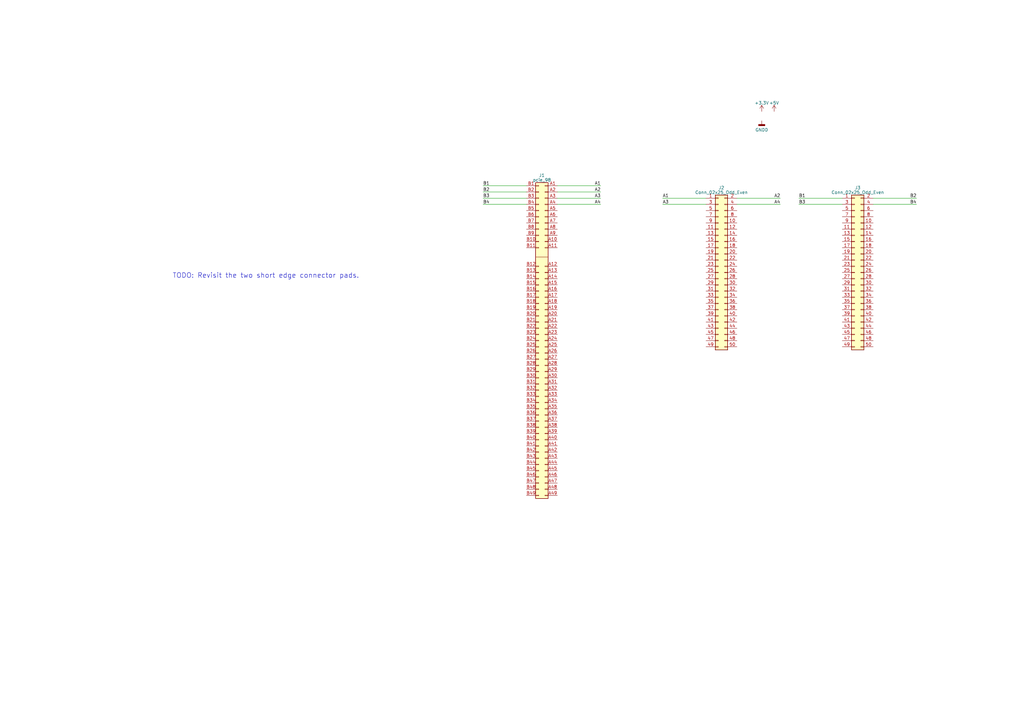
<source format=kicad_sch>
(kicad_sch (version 20230121) (generator eeschema)
  (paper "A3")
  (lib_symbols
    (symbol "Connector_Generic:Conn_02x25_Odd_Even" (pin_names (offset 1.016) hide)
      (property "Reference" "J" (at 1.27 33.02 0))
      (property "Value" "Conn_02x25_Odd_Even" (at 1.27 -33.02 0))
      (symbol "Conn_02x25_Odd_Even_1_1"
        (rectangle (start -1.27 -30.353) (end 0 -30.607) (stroke (width 0.1524)))
        (rectangle (start -1.27 -27.813) (end 0 -28.067) (stroke (width 0.1524)))
        (rectangle (start -1.27 -25.273) (end 0 -25.527) (stroke (width 0.1524)))
        (rectangle (start -1.27 -22.733) (end 0 -22.987) (stroke (width 0.1524)))
        (rectangle (start -1.27 -20.193) (end 0 -20.447) (stroke (width 0.1524)))
        (rectangle (start -1.27 -17.653) (end 0 -17.907) (stroke (width 0.1524)))
        (rectangle (start -1.27 -15.113) (end 0 -15.367) (stroke (width 0.1524)))
        (rectangle (start -1.27 -12.573) (end 0 -12.827) (stroke (width 0.1524)))
        (rectangle (start -1.27 -10.033) (end 0 -10.287) (stroke (width 0.1524)))
        (rectangle (start -1.27 -7.493) (end 0 -7.747) (stroke (width 0.1524)))
        (rectangle (start -1.27 -4.953) (end 0 -5.207) (stroke (width 0.1524)))
        (rectangle (start -1.27 -2.413) (end 0 -2.667) (stroke (width 0.1524)))
        (rectangle (start -1.27 0.127) (end 0 -0.127) (stroke (width 0.1524)))
        (rectangle (start -1.27 2.667) (end 0 2.413) (stroke (width 0.1524)))
        (rectangle (start -1.27 5.207) (end 0 4.953) (stroke (width 0.1524)))
        (rectangle (start -1.27 7.747) (end 0 7.493) (stroke (width 0.1524)))
        (rectangle (start -1.27 10.287) (end 0 10.033) (stroke (width 0.1524)))
        (rectangle (start -1.27 12.827) (end 0 12.573) (stroke (width 0.1524)))
        (rectangle (start -1.27 15.367) (end 0 15.113) (stroke (width 0.1524)))
        (rectangle (start -1.27 17.907) (end 0 17.653) (stroke (width 0.1524)))
        (rectangle (start -1.27 20.447) (end 0 20.193) (stroke (width 0.1524)))
        (rectangle (start -1.27 22.987) (end 0 22.733) (stroke (width 0.1524)))
        (rectangle (start -1.27 25.527) (end 0 25.273) (stroke (width 0.1524)))
        (rectangle (start -1.27 28.067) (end 0 27.813) (stroke (width 0.1524)))
        (rectangle (start -1.27 30.607) (end 0 30.353) (stroke (width 0.1524)))
        (rectangle (start -1.27 31.75) (end 3.81 -31.75) (stroke (width 0.254)) (fill (type background)))
        (rectangle (start 3.81 -30.353) (end 2.54 -30.607) (stroke (width 0.1524)))
        (rectangle (start 3.81 -27.813) (end 2.54 -28.067) (stroke (width 0.1524)))
        (rectangle (start 3.81 -25.273) (end 2.54 -25.527) (stroke (width 0.1524)))
        (rectangle (start 3.81 -22.733) (end 2.54 -22.987) (stroke (width 0.1524)))
        (rectangle (start 3.81 -20.193) (end 2.54 -20.447) (stroke (width 0.1524)))
        (rectangle (start 3.81 -17.653) (end 2.54 -17.907) (stroke (width 0.1524)))
        (rectangle (start 3.81 -15.113) (end 2.54 -15.367) (stroke (width 0.1524)))
        (rectangle (start 3.81 -12.573) (end 2.54 -12.827) (stroke (width 0.1524)))
        (rectangle (start 3.81 -10.033) (end 2.54 -10.287) (stroke (width 0.1524)))
        (rectangle (start 3.81 -7.493) (end 2.54 -7.747) (stroke (width 0.1524)))
        (rectangle (start 3.81 -4.953) (end 2.54 -5.207) (stroke (width 0.1524)))
        (rectangle (start 3.81 -2.413) (end 2.54 -2.667) (stroke (width 0.1524)))
        (rectangle (start 3.81 0.127) (end 2.54 -0.127) (stroke (width 0.1524)))
        (rectangle (start 3.81 2.667) (end 2.54 2.413) (stroke (width 0.1524)))
        (rectangle (start 3.81 5.207) (end 2.54 4.953) (stroke (width 0.1524)))
        (rectangle (start 3.81 7.747) (end 2.54 7.493) (stroke (width 0.1524)))
        (rectangle (start 3.81 10.287) (end 2.54 10.033) (stroke (width 0.1524)))
        (rectangle (start 3.81 12.827) (end 2.54 12.573) (stroke (width 0.1524)))
        (rectangle (start 3.81 15.367) (end 2.54 15.113) (stroke (width 0.1524)))
        (rectangle (start 3.81 17.907) (end 2.54 17.653) (stroke (width 0.1524)))
        (rectangle (start 3.81 20.447) (end 2.54 20.193) (stroke (width 0.1524)))
        (rectangle (start 3.81 22.987) (end 2.54 22.733) (stroke (width 0.1524)))
        (rectangle (start 3.81 25.527) (end 2.54 25.273) (stroke (width 0.1524)))
        (rectangle (start 3.81 28.067) (end 2.54 27.813) (stroke (width 0.1524)))
        (rectangle (start 3.81 30.607) (end 2.54 30.353) (stroke (width 0.1524)))
        (pin passive line (at -5.08 30.48 0) (length 3.81) (name "Pin_1") (number "1"))
        (pin passive line (at 7.62 20.32 180) (length 3.81) (name "Pin_10") (number "10"))
        (pin passive line (at -5.08 17.78 0) (length 3.81) (name "Pin_11") (number "11"))
        (pin passive line (at 7.62 17.78 180) (length 3.81) (name "Pin_12") (number "12"))
        (pin passive line (at -5.08 15.24 0) (length 3.81) (name "Pin_13") (number "13"))
        (pin passive line (at 7.62 15.24 180) (length 3.81) (name "Pin_14") (number "14"))
        (pin passive line (at -5.08 12.7 0) (length 3.81) (name "Pin_15") (number "15"))
        (pin passive line (at 7.62 12.7 180) (length 3.81) (name "Pin_16") (number "16"))
        (pin passive line (at -5.08 10.16 0) (length 3.81) (name "Pin_17") (number "17"))
        (pin passive line (at 7.62 10.16 180) (length 3.81) (name "Pin_18") (number "18"))
        (pin passive line (at -5.08 7.62 0) (length 3.81) (name "Pin_19") (number "19"))
        (pin passive line (at 7.62 30.48 180) (length 3.81) (name "Pin_2") (number "2"))
        (pin passive line (at 7.62 7.62 180) (length 3.81) (name "Pin_20") (number "20"))
        (pin passive line (at -5.08 5.08 0) (length 3.81) (name "Pin_21") (number "21"))
        (pin passive line (at 7.62 5.08 180) (length 3.81) (name "Pin_22") (number "22"))
        (pin passive line (at -5.08 2.54 0) (length 3.81) (name "Pin_23") (number "23"))
        (pin passive line (at 7.62 2.54 180) (length 3.81) (name "Pin_24") (number "24"))
        (pin passive line (at -5.08 0 0) (length 3.81) (name "Pin_25") (number "25"))
        (pin passive line (at 7.62 0 180) (length 3.81) (name "Pin_26") (number "26"))
        (pin passive line (at -5.08 -2.54 0) (length 3.81) (name "Pin_27") (number "27"))
        (pin passive line (at 7.62 -2.54 180) (length 3.81) (name "Pin_28") (number "28"))
        (pin passive line (at -5.08 -5.08 0) (length 3.81) (name "Pin_29") (number "29"))
        (pin passive line (at -5.08 27.94 0) (length 3.81) (name "Pin_3") (number "3"))
        (pin passive line (at 7.62 -5.08 180) (length 3.81) (name "Pin_30") (number "30"))
        (pin passive line (at -5.08 -7.62 0) (length 3.81) (name "Pin_31") (number "31"))
        (pin passive line (at 7.62 -7.62 180) (length 3.81) (name "Pin_32") (number "32"))
        (pin passive line (at -5.08 -10.16 0) (length 3.81) (name "Pin_33") (number "33"))
        (pin passive line (at 7.62 -10.16 180) (length 3.81) (name "Pin_34") (number "34"))
        (pin passive line (at -5.08 -12.7 0) (length 3.81) (name "Pin_35") (number "35"))
        (pin passive line (at 7.62 -12.7 180) (length 3.81) (name "Pin_36") (number "36"))
        (pin passive line (at -5.08 -15.24 0) (length 3.81) (name "Pin_37") (number "37"))
        (pin passive line (at 7.62 -15.24 180) (length 3.81) (name "Pin_38") (number "38"))
        (pin passive line (at -5.08 -17.78 0) (length 3.81) (name "Pin_39") (number "39"))
        (pin passive line (at 7.62 27.94 180) (length 3.81) (name "Pin_4") (number "4"))
        (pin passive line (at 7.62 -17.78 180) (length 3.81) (name "Pin_40") (number "40"))
        (pin passive line (at -5.08 -20.32 0) (length 3.81) (name "Pin_41") (number "41"))
        (pin passive line (at 7.62 -20.32 180) (length 3.81) (name "Pin_42") (number "42"))
        (pin passive line (at -5.08 -22.86 0) (length 3.81) (name "Pin_43") (number "43"))
        (pin passive line (at 7.62 -22.86 180) (length 3.81) (name "Pin_44") (number "44"))
        (pin passive line (at -5.08 -25.4 0) (length 3.81) (name "Pin_45") (number "45"))
        (pin passive line (at 7.62 -25.4 180) (length 3.81) (name "Pin_46") (number "46"))
        (pin passive line (at -5.08 -27.94 0) (length 3.81) (name "Pin_47") (number "47"))
        (pin passive line (at 7.62 -27.94 180) (length 3.81) (name "Pin_48") (number "48"))
        (pin passive line (at -5.08 -30.48 0) (length 3.81) (name "Pin_49") (number "49"))
        (pin passive line (at -5.08 25.4 0) (length 3.81) (name "Pin_5") (number "5"))
        (pin passive line (at 7.62 -30.48 180) (length 3.81) (name "Pin_50") (number "50"))
        (pin passive line (at 7.62 25.4 180) (length 3.81) (name "Pin_6") (number "6"))
        (pin passive line (at -5.08 22.86 0) (length 3.81) (name "Pin_7") (number "7"))
        (pin passive line (at 7.62 22.86 180) (length 3.81) (name "Pin_8") (number "8"))
        (pin passive line (at -5.08 20.32 0) (length 3.81) (name "Pin_9") (number "9"))
      )
    )
    (symbol "power:+3.3V" (power) (pin_names (offset 0))
      (property "Value" "+3.3V" (at 0 3.556 0))
      (symbol "+3.3V_0_1"
        (polyline (pts (xy -0.762 1.27) (xy 0 2.54)))
        (polyline (pts (xy 0 0) (xy 0 2.54)))
        (polyline (pts (xy 0 2.54) (xy 0.762 1.27)))
      )
      (symbol "+3.3V_1_1"
        (pin power_in line (at 0 0 90) (length 0) hide (name "+3.3V") (number "1"))
      )
    )
    (symbol "power:+5V" (power) (pin_names (offset 0))
      (property "Value" "+5V" (at 0 3.556 0))
      (symbol "+5V_0_1"
        (polyline (pts (xy -0.762 1.27) (xy 0 2.54)))
        (polyline (pts (xy 0 0) (xy 0 2.54)))
        (polyline (pts (xy 0 2.54) (xy 0.762 1.27)))
      )
      (symbol "+5V_1_1"
        (pin power_in line (at 0 0 90) (length 0) hide (name "+5V") (number "1"))
      )
    )
    (symbol "proto_board:GND" (power) (pin_names (offset 0))
      (property "Value" "GND" (at 0 -3.175 0))
      (symbol "GND_0_1"
        (rectangle (start -1.27 -1.524) (end 1.27 -2.032) (stroke (width 0.254)) (fill (type outline)))
        (polyline (pts (xy 0 0) (xy 0 -1.524)))
      )
      (symbol "GND_1_1"
        (pin power_in line (at 0 0 270) (length 0) hide (name "GNDD") (number "1"))
      )
    )
    (symbol "proto_board:pcie_98" (pin_names (offset 1.016) hide)
      (property "Reference" "J" (at 1.27 40.64 0))
      (property "Value" "pcie_98" (at 20.32 44.45 0))
      (symbol "pcie_98_0_1"
        (polyline (pts (xy 3.81 8.89) (xy -1.27 8.89)))
      )
      (symbol "pcie_98_1_1"
        (rectangle (start -1.27 -89.027) (end 0 -88.773) (stroke (width 0.1524)))
        (rectangle (start -1.27 -86.487) (end 0 -86.233) (stroke (width 0.1524)))
        (rectangle (start -1.27 -83.947) (end 0 -83.693) (stroke (width 0.1524)))
        (rectangle (start -1.27 -81.407) (end 0 -81.153) (stroke (width 0.1524)))
        (rectangle (start -1.27 -78.867) (end 0 -78.613) (stroke (width 0.1524)))
        (rectangle (start -1.27 -76.327) (end 0 -76.073) (stroke (width 0.1524)))
        (rectangle (start -1.27 -73.787) (end 0 -73.533) (stroke (width 0.1524)))
        (rectangle (start -1.27 -71.247) (end 0 -70.993) (stroke (width 0.1524)))
        (rectangle (start -1.27 -68.707) (end 0 -68.453) (stroke (width 0.1524)))
        (rectangle (start -1.27 -66.167) (end 0 -65.913) (stroke (width 0.1524)))
        (rectangle (start -1.27 -63.627) (end 0 -63.373) (stroke (width 0.1524)))
        (rectangle (start -1.27 -61.087) (end 0 -60.833) (stroke (width 0.1524)))
        (rectangle (start -1.27 -58.547) (end 0 -58.293) (stroke (width 0.1524)))
        (rectangle (start -1.27 -56.007) (end 0 -55.753) (stroke (width 0.1524)))
        (rectangle (start -1.27 -53.467) (end 0 -53.213) (stroke (width 0.1524)))
        (rectangle (start -1.27 -50.927) (end 0 -50.673) (stroke (width 0.1524)))
        (rectangle (start -1.27 -48.387) (end 0 -48.133) (stroke (width 0.1524)))
        (rectangle (start -1.27 -17.653) (end 0 -17.907) (stroke (width 0.1524)))
        (rectangle (start -1.27 -15.113) (end 0 -15.367) (stroke (width 0.1524)))
        (rectangle (start -1.27 -12.573) (end 0 -12.827) (stroke (width 0.1524)))
        (rectangle (start -1.27 5.207) (end 0 4.953) (stroke (width 0.1524)))
        (rectangle (start -1.27 12.827) (end 0 12.573) (stroke (width 0.1524)))
        (rectangle (start -1.27 38.227) (end 0 37.973) (stroke (width 0.1524)))
        (rectangle (start -1.27 39.37) (end 3.81 -90.17) (stroke (width 0.254)) (fill (type background)))
        (rectangle (start 0 -45.847) (end -1.27 -45.593) (stroke (width 0.1524)))
        (rectangle (start 0 -43.307) (end -1.27 -43.053) (stroke (width 0.1524)))
        (rectangle (start 0 -40.767) (end -1.27 -40.513) (stroke (width 0.1524)))
        (rectangle (start 0 -38.227) (end -1.27 -37.973) (stroke (width 0.1524)))
        (rectangle (start 0 -35.687) (end -1.27 -35.433) (stroke (width 0.1524)))
        (rectangle (start 0 -33.147) (end -1.27 -32.893) (stroke (width 0.1524)))
        (rectangle (start 0 -30.607) (end -1.27 -30.353) (stroke (width 0.1524)))
        (rectangle (start 0 -28.067) (end -1.27 -27.813) (stroke (width 0.1524)))
        (rectangle (start 0 -25.527) (end -1.27 -25.273) (stroke (width 0.1524)))
        (rectangle (start 0 -22.987) (end -1.27 -22.733) (stroke (width 0.1524)))
        (rectangle (start 0 -20.447) (end -1.27 -20.193) (stroke (width 0.1524)))
        (rectangle (start 0 -10.287) (end -1.27 -10.033) (stroke (width 0.1524)))
        (rectangle (start 0 -7.747) (end -1.27 -7.493) (stroke (width 0.1524)))
        (rectangle (start 0 -5.207) (end -1.27 -4.953) (stroke (width 0.1524)))
        (rectangle (start 0 -2.667) (end -1.27 -2.413) (stroke (width 0.1524)))
        (rectangle (start 0 -0.127) (end -1.27 0.127) (stroke (width 0.1524)))
        (rectangle (start 0 2.413) (end -1.27 2.667) (stroke (width 0.1524)))
        (rectangle (start 0 15.113) (end -1.27 15.367) (stroke (width 0.1524)))
        (rectangle (start 0 17.653) (end -1.27 17.907) (stroke (width 0.1524)))
        (rectangle (start 0 20.193) (end -1.27 20.447) (stroke (width 0.1524)))
        (rectangle (start 0 22.733) (end -1.27 22.987) (stroke (width 0.1524)))
        (rectangle (start 0 25.273) (end -1.27 25.527) (stroke (width 0.1524)))
        (rectangle (start 0 27.813) (end -1.27 28.067) (stroke (width 0.1524)))
        (rectangle (start 0 30.353) (end -1.27 30.607) (stroke (width 0.1524)))
        (rectangle (start 0 32.893) (end -1.27 33.147) (stroke (width 0.1524)))
        (rectangle (start 0 35.433) (end -1.27 35.687) (stroke (width 0.1524)))
        (rectangle (start 2.54 -89.027) (end 3.81 -88.773) (stroke (width 0.1524)))
        (rectangle (start 2.54 -86.487) (end 3.81 -86.233) (stroke (width 0.1524)))
        (rectangle (start 2.54 -83.947) (end 3.81 -83.693) (stroke (width 0.1524)))
        (rectangle (start 2.54 -81.407) (end 3.81 -81.153) (stroke (width 0.1524)))
        (rectangle (start 2.54 -78.867) (end 3.81 -78.613) (stroke (width 0.1524)))
        (rectangle (start 2.54 -76.327) (end 3.81 -76.073) (stroke (width 0.1524)))
        (rectangle (start 2.54 -73.787) (end 3.81 -73.533) (stroke (width 0.1524)))
        (rectangle (start 2.54 -71.247) (end 3.81 -70.993) (stroke (width 0.1524)))
        (rectangle (start 2.54 -68.707) (end 3.81 -68.453) (stroke (width 0.1524)))
        (rectangle (start 2.54 -66.167) (end 3.81 -65.913) (stroke (width 0.1524)))
        (rectangle (start 2.54 -63.627) (end 3.81 -63.373) (stroke (width 0.1524)))
        (rectangle (start 2.54 -61.087) (end 3.81 -60.833) (stroke (width 0.1524)))
        (rectangle (start 2.54 -58.547) (end 3.81 -58.293) (stroke (width 0.1524)))
        (rectangle (start 2.54 -56.007) (end 3.81 -55.753) (stroke (width 0.1524)))
        (rectangle (start 2.54 -53.467) (end 3.81 -53.213) (stroke (width 0.1524)))
        (rectangle (start 2.54 -50.927) (end 3.81 -50.673) (stroke (width 0.1524)))
        (rectangle (start 2.54 -48.387) (end 3.81 -48.133) (stroke (width 0.1524)))
        (rectangle (start 2.54 -45.847) (end 3.81 -45.593) (stroke (width 0.1524)))
        (rectangle (start 2.54 -43.307) (end 3.81 -43.053) (stroke (width 0.1524)))
        (rectangle (start 2.54 -40.767) (end 3.81 -40.513) (stroke (width 0.1524)))
        (rectangle (start 2.54 -38.227) (end 3.81 -37.973) (stroke (width 0.1524)))
        (rectangle (start 2.54 -35.687) (end 3.81 -35.433) (stroke (width 0.1524)))
        (rectangle (start 2.54 -33.147) (end 3.81 -32.893) (stroke (width 0.1524)))
        (rectangle (start 2.54 -30.607) (end 3.81 -30.353) (stroke (width 0.1524)))
        (rectangle (start 2.54 -28.067) (end 3.81 -27.813) (stroke (width 0.1524)))
        (rectangle (start 2.54 -25.527) (end 3.81 -25.273) (stroke (width 0.1524)))
        (rectangle (start 2.54 -22.987) (end 3.81 -22.733) (stroke (width 0.1524)))
        (rectangle (start 2.54 -20.447) (end 3.81 -20.193) (stroke (width 0.1524)))
        (rectangle (start 2.54 -17.653) (end 3.81 -17.907) (stroke (width 0.1524)))
        (rectangle (start 2.54 -15.367) (end 3.81 -15.113) (stroke (width 0.1524)))
        (rectangle (start 2.54 -12.827) (end 3.81 -12.573) (stroke (width 0.1524)))
        (rectangle (start 2.54 -10.287) (end 3.81 -10.033) (stroke (width 0.1524)))
        (rectangle (start 2.54 -7.493) (end 3.81 -7.747) (stroke (width 0.1524)))
        (rectangle (start 2.54 -5.207) (end 3.81 -4.953) (stroke (width 0.1524)))
        (rectangle (start 2.54 -2.667) (end 3.81 -2.413) (stroke (width 0.1524)))
        (rectangle (start 2.54 -0.127) (end 3.81 0.127) (stroke (width 0.1524)))
        (rectangle (start 2.54 2.413) (end 3.81 2.667) (stroke (width 0.1524)))
        (rectangle (start 2.54 5.207) (end 3.81 4.953) (stroke (width 0.1524)))
        (rectangle (start 2.54 12.573) (end 3.81 12.827) (stroke (width 0.1524)))
        (rectangle (start 2.54 15.113) (end 3.81 15.367) (stroke (width 0.1524)))
        (rectangle (start 2.54 17.653) (end 3.81 17.907) (stroke (width 0.1524)))
        (rectangle (start 2.54 20.193) (end 3.81 20.447) (stroke (width 0.1524)))
        (rectangle (start 2.54 22.733) (end 3.81 22.987) (stroke (width 0.1524)))
        (rectangle (start 2.54 25.273) (end 3.81 25.527) (stroke (width 0.1524)))
        (rectangle (start 2.54 27.813) (end 3.81 28.067) (stroke (width 0.1524)))
        (rectangle (start 2.54 30.353) (end 3.81 30.607) (stroke (width 0.1524)))
        (rectangle (start 2.54 32.893) (end 3.81 33.147) (stroke (width 0.1524)))
        (rectangle (start 2.54 35.433) (end 3.81 35.687) (stroke (width 0.1524)))
        (rectangle (start 2.54 38.227) (end 3.81 37.973) (stroke (width 0.1524)))
        (pin passive line (at 7.62 38.1 180) (length 3.81) (name "Pin_a1") (number "A1"))
        (pin passive line (at 7.62 15.24 180) (length 3.81) (name "Pin_a10") (number "A10"))
        (pin passive line (at 7.62 12.7 180) (length 3.81) (name "Pin_A11") (number "A11"))
        (pin passive line (at 7.62 5.08 180) (length 3.81) (name "Pin_a12") (number "A12"))
        (pin passive line (at 7.62 2.54 180) (length 3.81) (name "Pin_a13") (number "A13"))
        (pin passive line (at 7.62 0 180) (length 3.81) (name "Pin_a14") (number "A14"))
        (pin passive line (at 7.62 -2.54 180) (length 3.81) (name "Pin_a15") (number "A15"))
        (pin passive line (at 7.62 -5.08 180) (length 3.81) (name "Pin_a16") (number "A16"))
        (pin passive line (at 7.62 -7.62 180) (length 3.81) (name "Pin_a17") (number "A17"))
        (pin passive line (at 7.62 -10.16 180) (length 3.81) (name "Pin_a18") (number "A18"))
        (pin passive line (at 7.62 -12.7 180) (length 3.81) (name "Pin_a19") (number "A19"))
        (pin passive line (at 7.62 35.56 180) (length 3.81) (name "Pin_a2") (number "A2"))
        (pin passive line (at 7.62 -15.24 180) (length 3.81) (name "Pin_a20") (number "A20"))
        (pin passive line (at 7.62 -17.78 180) (length 3.81) (name "Pin_a21") (number "A21"))
        (pin passive line (at 7.62 -20.32 180) (length 3.81) (name "Pin_a22") (number "A22"))
        (pin passive line (at 7.62 -22.86 180) (length 3.81) (name "Pin_a23") (number "A23"))
        (pin passive line (at 7.62 -25.4 180) (length 3.81) (name "Pin_a24") (number "A24"))
        (pin passive line (at 7.62 -27.94 180) (length 3.81) (name "Pin_a25") (number "A25"))
        (pin passive line (at 7.62 -30.48 180) (length 3.81) (name "Pin_a26") (number "A26"))
        (pin passive line (at 7.62 -33.02 180) (length 3.81) (name "Pin_a27") (number "A27"))
        (pin passive line (at 7.62 -35.56 180) (length 3.81) (name "Pin_a28") (number "A28"))
        (pin passive line (at 7.62 -38.1 180) (length 3.81) (name "Pin_a29") (number "A29"))
        (pin passive line (at 7.62 33.02 180) (length 3.81) (name "Pin_a3") (number "A3"))
        (pin passive line (at 7.62 -40.64 180) (length 3.81) (name "Pin_a30") (number "A30"))
        (pin passive line (at 7.62 -43.18 180) (length 3.81) (name "Pin_a31") (number "A31"))
        (pin passive line (at 7.62 -45.72 180) (length 3.81) (name "Pin_a32") (number "A32"))
        (pin passive line (at 7.62 -48.26 180) (length 3.81) (name "Pin_a33") (number "A33"))
        (pin passive line (at 7.62 -50.8 180) (length 3.81) (name "Pin_a34") (number "A34"))
        (pin passive line (at 7.62 -53.34 180) (length 3.81) (name "Pin_a35") (number "A35"))
        (pin passive line (at 7.62 -55.88 180) (length 3.81) (name "Pin_a36") (number "A36"))
        (pin passive line (at 7.62 -58.42 180) (length 3.81) (name "Pin_a37") (number "A37"))
        (pin passive line (at 7.62 -60.96 180) (length 3.81) (name "Pin_a38") (number "A38"))
        (pin passive line (at 7.62 -63.5 180) (length 3.81) (name "Pin_a39") (number "A39"))
        (pin passive line (at 7.62 30.48 180) (length 3.81) (name "Pin_a4") (number "A4"))
        (pin passive line (at 7.62 -66.04 180) (length 3.81) (name "Pin_a40") (number "A40"))
        (pin passive line (at 7.62 -68.58 180) (length 3.81) (name "Pin_a41") (number "A41"))
        (pin passive line (at 7.62 -71.12 180) (length 3.81) (name "Pin_a42") (number "A42"))
        (pin passive line (at 7.62 -73.66 180) (length 3.81) (name "Pin_a43") (number "A43"))
        (pin passive line (at 7.62 -76.2 180) (length 3.81) (name "Pin_a44") (number "A44"))
        (pin passive line (at 7.62 -78.74 180) (length 3.81) (name "Pin_a45") (number "A45"))
        (pin passive line (at 7.62 -81.28 180) (length 3.81) (name "Pin_a46") (number "A46"))
        (pin passive line (at 7.62 -83.82 180) (length 3.81) (name "Pin_a47") (number "A47"))
        (pin passive line (at 7.62 -86.36 180) (length 3.81) (name "Pin_a48") (number "A48"))
        (pin passive line (at 7.62 -88.9 180) (length 3.81) (name "Pin_a49") (number "A49"))
        (pin passive line (at 7.62 27.94 180) (length 3.81) (name "Pin_a5") (number "A5"))
        (pin passive line (at 7.62 25.4 180) (length 3.81) (name "Pin_a6") (number "A6"))
        (pin passive line (at 7.62 22.86 180) (length 3.81) (name "Pin_a7") (number "A7"))
        (pin passive line (at 7.62 20.32 180) (length 3.81) (name "Pin_a8") (number "A8"))
        (pin passive line (at 7.62 17.78 180) (length 3.81) (name "Pin_a9") (number "A9"))
        (pin passive line (at -5.08 38.1 0) (length 3.81) (name "Pin_b1") (number "B1"))
        (pin passive line (at -5.08 15.24 0) (length 3.81) (name "Pin_b10") (number "B10"))
        (pin passive line (at -5.08 12.7 0) (length 3.81) (name "Pin_b11") (number "B11"))
        (pin passive line (at -5.08 5.08 0) (length 3.81) (name "Pin_b12") (number "B12"))
        (pin passive line (at -5.08 2.54 0) (length 3.81) (name "Pin_b13") (number "B13"))
        (pin passive line (at -5.08 0 0) (length 3.81) (name "Pin_b14") (number "B14"))
        (pin passive line (at -5.08 -2.54 0) (length 3.81) (name "Pin_b15") (number "B15"))
        (pin passive line (at -5.08 -5.08 0) (length 3.81) (name "Pin_b16") (number "B16"))
        (pin passive line (at -5.08 -7.62 0) (length 3.81) (name "Pin_b17") (number "B17"))
        (pin passive line (at -5.08 -10.16 0) (length 3.81) (name "Pin_b18") (number "B18"))
        (pin passive line (at -5.08 -12.7 0) (length 3.81) (name "Pin_b19") (number "B19"))
        (pin passive line (at -5.08 35.56 0) (length 3.81) (name "Pin_b2") (number "B2"))
        (pin passive line (at -5.08 -15.24 0) (length 3.81) (name "Pin_b20") (number "B20"))
        (pin passive line (at -5.08 -17.78 0) (length 3.81) (name "Pin_b21") (number "B21"))
        (pin passive line (at -5.08 -20.32 0) (length 3.81) (name "Pin_b22") (number "B22"))
        (pin passive line (at -5.08 -22.86 0) (length 3.81) (name "Pin_b23") (number "B23"))
        (pin passive line (at -5.08 -25.4 0) (length 3.81) (name "Pin_b24") (number "B24"))
        (pin passive line (at -5.08 -27.94 0) (length 3.81) (name "Pin_b25") (number "B25"))
        (pin passive line (at -5.08 -30.48 0) (length 3.81) (name "Pin_b26") (number "B26"))
        (pin passive line (at -5.08 -33.02 0) (length 3.81) (name "Pin_b27") (number "B27"))
        (pin passive line (at -5.08 -35.56 0) (length 3.81) (name "Pin_b28") (number "B28"))
        (pin passive line (at -5.08 -38.1 0) (length 3.81) (name "Pin_b29") (number "B29"))
        (pin passive line (at -5.08 33.02 0) (length 3.81) (name "Pin_b3") (number "B3"))
        (pin passive line (at -5.08 -40.64 0) (length 3.81) (name "Pin_b30") (number "B30"))
        (pin passive line (at -5.08 -43.18 0) (length 3.81) (name "Pin_b31") (number "B31"))
        (pin passive line (at -5.08 -45.72 0) (length 3.81) (name "Pin_b32") (number "B32"))
        (pin passive line (at -5.08 -48.26 0) (length 3.81) (name "Pin_b33") (number "B33"))
        (pin passive line (at -5.08 -50.8 0) (length 3.81) (name "Pin_b34") (number "B34"))
        (pin passive line (at -5.08 -53.34 0) (length 3.81) (name "Pin_b35") (number "B35"))
        (pin passive line (at -5.08 -55.88 0) (length 3.81) (name "Pin_b36") (number "B36"))
        (pin passive line (at -5.08 -58.42 0) (length 3.81) (name "Pin_b37") (number "B37"))
        (pin passive line (at -5.08 -60.96 0) (length 3.81) (name "Pin_b38") (number "B38"))
        (pin passive line (at -5.08 -63.5 0) (length 3.81) (name "Pin_b39") (number "B39"))
        (pin passive line (at -5.08 30.48 0) (length 3.81) (name "Pin_b4") (number "B4"))
        (pin passive line (at -5.08 -66.04 0) (length 3.81) (name "Pin_b40") (number "B40"))
        (pin passive line (at -5.08 -68.58 0) (length 3.81) (name "Pin_b41") (number "B41"))
        (pin passive line (at -5.08 -71.12 0) (length 3.81) (name "Pin_b42") (number "B42"))
        (pin passive line (at -5.08 -73.66 0) (length 3.81) (name "Pin_b43") (number "B43"))
        (pin passive line (at -5.08 -76.2 0) (length 3.81) (name "Pin_b44") (number "B44"))
        (pin passive line (at -5.08 -78.74 0) (length 3.81) (name "Pin_b45") (number "B45"))
        (pin passive line (at -5.08 -81.28 0) (length 3.81) (name "Pin_46") (number "B46"))
        (pin passive line (at -5.08 -83.82 0) (length 3.81) (name "Pin_b47") (number "B47"))
        (pin passive line (at -5.08 -86.36 0) (length 3.81) (name "Pin_b48") (number "B48"))
        (pin passive line (at -5.08 -88.9 0) (length 3.81) (name "Pin_b49") (number "B49"))
        (pin passive line (at -5.08 27.94 0) (length 3.81) (name "Pin_b5") (number "B5"))
        (pin passive line (at -5.08 25.4 0) (length 3.81) (name "Pin_b6") (number "B6"))
        (pin passive line (at -5.08 22.86 0) (length 3.81) (name "Pin_b7") (number "B7"))
        (pin passive line (at -5.08 20.32 0) (length 3.81) (name "Pin_b8") (number "B8"))
        (pin passive line (at -5.08 17.78 0) (length 3.81) (name "Pin_b9") (number "B9"))
      )
    )
  )
  (wire (pts (xy 289.56 81.28) (xy 271.78 81.28)))
  (wire (pts (xy 215.9 76.2) (xy 198.12 76.2)))
  (wire (pts (xy 358.14 83.82) (xy 375.92 83.82)))
  (wire (pts (xy 345.44 81.28) (xy 327.66 81.28)))
  (wire (pts (xy 215.9 83.82) (xy 198.12 83.82)))
  (wire (pts (xy 358.14 81.28) (xy 375.92 81.28)))
  (wire (pts (xy 345.44 83.82) (xy 327.66 83.82)))
  (wire (pts (xy 289.56 83.82) (xy 271.78 83.82)))
  (wire (pts (xy 228.6 83.82) (xy 246.38 83.82)))
  (wire (pts (xy 215.9 81.28) (xy 198.12 81.28)))
  (wire (pts (xy 228.6 81.28) (xy 246.38 81.28)))
  (wire (pts (xy 215.9 78.74) (xy 198.12 78.74)))
  (wire (pts (xy 302.26 83.82) (xy 320.04 83.82)))
  (wire (pts (xy 228.6 76.2) (xy 246.38 76.2)))
  (wire (pts (xy 228.6 78.74) (xy 246.38 78.74)))
  (wire (pts (xy 302.26 81.28) (xy 320.04 81.28)))
  (text "TODO: Revisit the two short edge connector pads." (at 147.32 114.3 0) (effects (font (size 2 2)) (justify right bottom)))
  (label "A3" (at 271.78 83.82 0))
  (label "A4" (at 320.04 83.82 180))
  (label "B1" (at 327.66 81.28 0))
  (label "A1" (at 246.38 76.2 180))
  (label "B3" (at 327.66 83.82 0))
  (label "B1" (at 198.12 76.2 0))
  (label "A3" (at 246.38 81.28 180))
  (label "A2" (at 320.04 81.28 180))
  (label "A4" (at 246.38 83.82 180))
  (label "B3" (at 198.12 81.28 0))
  (label "B2" (at 375.92 81.28 180))
  (label "A2" (at 246.38 78.74 180))
  (label "B2" (at 198.12 78.74 0))
  (label "B4" (at 375.92 83.82 180))
  (label "A1" (at 271.78 81.28 0))
  (label "B4" (at 198.12 83.82 0))
  (symbol (lib_id "proto_board:pcie_98") (at 220.98 114.3 0) (unit 1)
    (property "Reference" "J1" (at 222.25 71.9201 0))
    (property "Value" "pcie_98" (at 222.25 73.8411 0))
    (property "Footprint" "proto_board:pcie_98_edge" (effects hide))
  )
  (symbol (lib_id "Connector_Generic:Conn_02x25_Odd_Even") (at 294.64 111.76 0) (unit 1)
    (property "Reference" "J2" (at 295.91 77.0001 0))
    (property "Value" "Conn_02x25_Odd_Even" (at 295.91 78.9211 0))
    (property "Footprint" "proto_board:PinHeader_2x25_P2.00mm_Vertical_SMD" (effects hide))
  )
  (symbol (lib_id "power:+5V") (at 317.5 45.72 0) (unit 1)
    (property "Reference" "#PWR03" (effects hide))
    (property "Value" "+5V" (at 317.5 42.2181 0))
  )
  (symbol (lib_id "power:+3.3V") (at 312.42 45.72 0) (unit 1)
    (property "Reference" "#PWR01" (effects hide))
    (property "Value" "+3.3V" (at 312.42 42.2181 0))
  )
  (symbol (lib_id "Connector_Generic:Conn_02x25_Odd_Even") (at 350.52 111.76 0) (unit 1)
    (property "Reference" "J3" (at 351.79 77.0001 0))
    (property "Value" "Conn_02x25_Odd_Even" (at 351.79 78.9211 0))
    (property "Footprint" "proto_board:PinHeader_2x25_P2.00mm_Vertical_SMD" (effects hide))
  )
  (symbol (lib_id "proto_board:GND") (at 312.42 49.53 0) (unit 1)
    (property "Reference" "#PWR02" (effects hide))
    (property "Value" "GND" (at 312.42 53.2845 0))
  )
)
</source>
